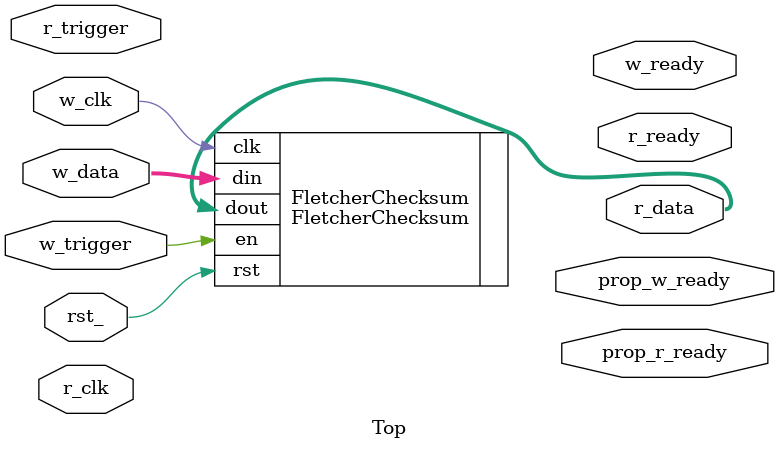
<source format=v>
`include "Util.v"
`include "FletcherChecksum.v"
`timescale 1ns/1ps

`ifdef SIM

module Testbench();
    localparam ChecksumWidth16 = 16;
    localparam ChecksumWidth32 = 32;
    localparam ChecksumWidth64 = 64;
    
    localparam ChecksumWidthHalf16 = ChecksumWidth16/2;
    localparam ChecksumWidthHalf32 = ChecksumWidth32/2;
    localparam ChecksumWidthHalf64 = ChecksumWidth64/2;
    
    reg     clk16   = 0;
    reg     clk32   = 0;
    reg     clk64   = 0;
    
    reg     rst     = 0;
    wire    rst16   = rst;
    wire    rst32   = rst;
    wire    rst64   = rst;
    
    reg     en16    = 0;
    reg     en32    = 0;
    reg     en64    = 0;
    
    reg[ChecksumWidthHalf16-1:0] din16 = 0;
    reg[ChecksumWidthHalf32-1:0] din32 = 0;
    reg[ChecksumWidthHalf64-1:0] din64 = 0;
    
    wire[ChecksumWidth16-1:0] dout16;
    wire[ChecksumWidth32-1:0] dout32;
    wire[ChecksumWidth64-1:0] dout64;
    
    wire[ChecksumWidth16-1:0] doutCorrect16;
    wire[ChecksumWidth32-1:0] doutCorrect32;
    wire[ChecksumWidth64-1:0] doutCorrect64;
    
    FletcherChecksum #(
        .Width(16)
    ) FletcherChecksum16(
        .clk    (clk16  ),
        .rst    (rst16  ),
        .en     (en16   ),
        .din    (din16  ),
        .dout   (dout16 )
    );
   
    FletcherChecksum #(
        .Width(32)
    ) FletcherChecksum32(
        .clk    (clk32  ),
        .rst    (rst32  ),
        .en     (en32   ),
        .din    (din32  ),
        .dout   (dout32 )
    );

    FletcherChecksum #(
        .Width(64)
    ) FletcherChecksum64(
        .clk    (clk64  ),
        .rst    (rst64  ),
        .en     (en64   ),
        .din    (din64  ),
        .dout   (dout64 )
    );

    FletcherChecksumCorrect #(
        .Width(16)
    ) FletcherChecksumCorrect16(
        .clk    (clk16  ),
        .rst    (rst16  ),
        .en     (en16   ),
        .din    (din16  ),
        .dout   (doutCorrect16 )
    );

    FletcherChecksumCorrect #(
        .Width(32)
    ) FletcherChecksumCorrect32(
        .clk    (clk32  ),
        .rst    (rst32  ),
        .en     (en32   ),
        .din    (din32  ),
        .dout   (doutCorrect32 )
    );

    FletcherChecksumCorrect #(
        .Width(64)
    ) FletcherChecksumCorrect64(
        .clk    (clk64  ),
        .rst    (rst64  ),
        .en     (en64   ),
        .din    (din64  ),
        .dout   (doutCorrect64 )
    );
    
    reg[32768-1:0] data = 0;
    reg[31:0] len = 0;
    // reg[128-1:0] data = 128'h6162636465666768_6162636465666768; // abcdefgh_abcdefgh
    // reg[128-1:0] data = 128'hFFFFFFFFFFFFFFFF_FFFFFFFFFFFFFFFF; // abcdefgh_abcdefgh
    // reg[128-1:0] data = 128'hFEFEFEFEFEFEFEFE_FEFEFEFEFEFEFEFE;
    reg[31:0] i = 0;
    reg[31:0] ii = 0;
    
    task Clk16; begin
        clk16 = 1;
        #1;
        clk16 = 0;
        #1;
    end endtask
    
    task Clk32; begin
        clk32 = 1;
        #1;
        clk32 = 0;
        #1;
    end endtask
    
    task Clk64; begin
        clk64 = 1;
        #1;
        clk64 = 0;
        #1;
    end endtask
    
    initial begin
        forever begin
            // Generate random data length
            len = ($urandom % ($size(data)/8))+1;
            
            // Fill `data` with random data
            data = 0;
            for (i=0; i<(len+3)/4; i++) begin
                `RightBits(data,i*32,32) = $urandom;
            end
            
            // Test vector: abcdefgh
            // `RightBits(data,0*8,8) = 8'h61;
            // `RightBits(data,1*8,8) = 8'h62;
            // `RightBits(data,2*8,8) = 8'h63;
            // `RightBits(data,3*8,8) = 8'h64;
            // `RightBits(data,4*8,8) = 8'h65;
            // `RightBits(data,5*8,8) = 8'h66;
            // `RightBits(data,6*8,8) = 8'h67;
            // `RightBits(data,7*8,8) = 8'h68;
            // len = 8;
            
            // len = 8;
            
            // Reset checksums
            rst = 1;
            #1;
            Clk16();
            Clk32();
            Clk64();
            rst = 0;
            #1;
            
            // Fletcher-16
            begin
                en16 = 1;
                #1;
                for (i=0; i<len; i++) begin
                    din16 = `RightBits(data,i*ChecksumWidthHalf16,ChecksumWidthHalf16);
                    #1;
                    Clk16();
                end
                en16 = 0;
                #1;
                for (i=0; i<1; i++) Clk16();
                
                if (dout16 == doutCorrect16) begin
                    $display("checksum: %h [expected: %h] [len:%0d] ✅", dout16, doutCorrect16, len);
                end else begin
                    $display("checksum: %h [expected: %h] [len:%0d] ❌", dout16, doutCorrect16, len);
                    `Finish;
                end
            end
            // `Finish;
            
            // Fletcher-32
            begin
                en32 = 1;
                #1;
                for (i=0; i<(len+1)/2; i++) begin
                    din32 = `RightBits(data,i*ChecksumWidthHalf32,ChecksumWidthHalf32);
                    #1;
                    Clk32();
                end
                en32 = 0;
                #1;
                for (i=0; i<1; i++) Clk32();

                if (dout32 == doutCorrect32) begin
                    $display("checksum: %h [expected: %h] [len:%0d] ✅", dout32, doutCorrect32, len);
                end else begin
                    $display("checksum: %h [expected: %h] [len:%0d] ❌", dout32, doutCorrect32, len);
                    `Finish;
                end
            end
            // `Finish;
            
            // Fletcher-64
            begin
                en64 = 1;
                #1;
                for (i=0; i<(len+3)/4; i++) begin
                    din64 = `RightBits(data,i*ChecksumWidthHalf64,ChecksumWidthHalf64);
                    #1;
                    Clk64();
                end
                en64 = 0;
                #1;
                for (i=0; i<1; i++) Clk64();

                if (dout64 == doutCorrect64) begin
                    $display("checksum: %h [expected: %h] [len:%0d] ✅", dout64, doutCorrect64, len);
                end else begin
                    $display("checksum: %h [expected: %h] [len:%0d] ❌", dout64, doutCorrect64, len);
                    `Finish;
                end
            end
            // `Finish;
        end
        
        // for (i=0; i<($size(data)/ChecksumWidthHalf)+4; i++) begin
        //     $display("data: %h", data);
        //
        //
        //     clk = 1;
        //     #1
        //     clk = 0;
        //     #1;
        //
        //     // We fill `data` with a 'weird' value (0x41), and not with 00/FF, because the
        //     // checksum is unaffected by these latter values. So we use a 'weird' value
        //     // that definitely affects the checksum, to make sure that at the time that
        //     // we read the checksum output, the algorithm hasn't been accidentally peeking
        //     // ahead.
        //     data = (data<<ChecksumWidthHalf) | {(ChecksumWidthHalf/8){8'h41}};
        //     if (i === 8-1) en = 0;
        //     // data = (data<<ChecksumWidthHalf) | {ChecksumWidthHalf{'1}};
        //     #1;
        //
        //     $display("checksum:\t\t\t %h\t\t\t %h   [%h]\n", `LeftBits(checksum,0,ChecksumWidthHalf), `RightBits(checksum,0,ChecksumWidthHalf), checksum);
        //     // $display("checksum: %h\n", dout);
        // end
        
        $finish;
    end
endmodule

`else

module Top(
    input wire rst_,
    
    output wire prop_w_ready, // Whether half of the FIFO can be written
    output wire prop_r_ready, // Whether half of the FIFO can be read
    
    input wire w_clk,
    input wire w_trigger,
    input wire[15:0] w_data,
    output wire w_ready,
    
    input wire r_clk,
    input wire r_trigger,
    output wire[31:0] r_data,
    output wire r_ready
);
    
    FletcherChecksum #(
        .Width(32)
    ) FletcherChecksum(
        .clk    (w_clk),
        .rst    (rst_),
        .en     (w_trigger),
        .din    (w_data),
        .dout   (r_data)
    );
    
endmodule

`endif

</source>
